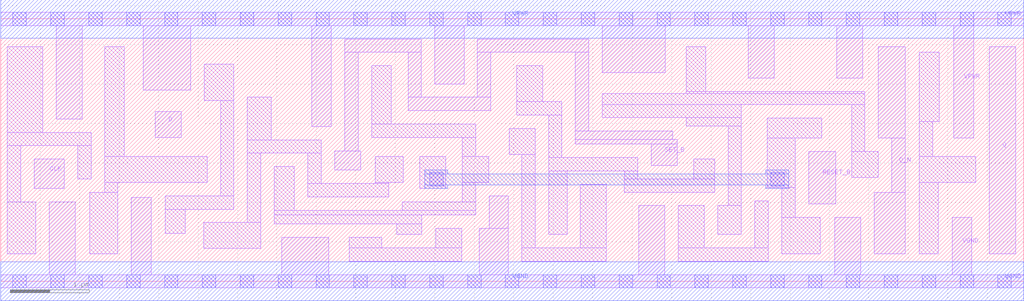
<source format=lef>
# Copyright 2020 The SkyWater PDK Authors
#
# Licensed under the Apache License, Version 2.0 (the "License");
# you may not use this file except in compliance with the License.
# You may obtain a copy of the License at
#
#     https://www.apache.org/licenses/LICENSE-2.0
#
# Unless required by applicable law or agreed to in writing, software
# distributed under the License is distributed on an "AS IS" BASIS,
# WITHOUT WARRANTIES OR CONDITIONS OF ANY KIND, either express or implied.
# See the License for the specific language governing permissions and
# limitations under the License.
#
# SPDX-License-Identifier: Apache-2.0

VERSION 5.7 ;
  NAMESCASESENSITIVE ON ;
  NOWIREEXTENSIONATPIN ON ;
  DIVIDERCHAR "/" ;
  BUSBITCHARS "[]" ;
UNITS
  DATABASE MICRONS 200 ;
END UNITS
MACRO sky130_fd_sc_ls__dfbbp_1
  CLASS CORE ;
  SOURCE USER ;
  FOREIGN sky130_fd_sc_ls__dfbbp_1 ;
  ORIGIN  0.000000  0.000000 ;
  SIZE  12.96000 BY  3.330000 ;
  SYMMETRY X Y ;
  SITE unit ;
  PIN D
    ANTENNAGATEAREA  0.126000 ;
    DIRECTION INPUT ;
    USE SIGNAL ;
    PORT
      LAYER li1 ;
        RECT 1.960000 1.825000 2.290000 2.155000 ;
    END
  END D
  PIN Q
    ANTENNADIFFAREA  0.519000 ;
    DIRECTION OUTPUT ;
    USE SIGNAL ;
    PORT
      LAYER li1 ;
        RECT 12.525000 0.350000 12.860000 2.980000 ;
    END
  END Q
  PIN Q_N
    ANTENNADIFFAREA  0.518900 ;
    DIRECTION OUTPUT ;
    USE SIGNAL ;
    PORT
      LAYER li1 ;
        RECT 11.065000 0.350000 11.460000 1.130000 ;
        RECT 11.120000 1.820000 11.460000 2.980000 ;
        RECT 11.290000 1.130000 11.460000 1.820000 ;
    END
  END Q_N
  PIN RESET_B
    ANTENNAGATEAREA  0.159000 ;
    DIRECTION INPUT ;
    USE SIGNAL ;
    PORT
      LAYER li1 ;
        RECT 10.235000 0.980000 10.580000 1.650000 ;
    END
  END RESET_B
  PIN SET_B
    ANTENNAGATEAREA  0.469500 ;
    DIRECTION INPUT ;
    USE SIGNAL ;
    PORT
      LAYER li1 ;
        RECT 4.230000 1.410000 4.560000 1.655000 ;
        RECT 4.360000 1.655000 4.530000 2.905000 ;
        RECT 4.360000 2.905000 5.330000 3.075000 ;
        RECT 5.160000 2.165000 6.210000 2.335000 ;
        RECT 5.160000 2.335000 5.330000 2.905000 ;
        RECT 6.040000 2.335000 6.210000 2.905000 ;
        RECT 6.040000 2.905000 7.450000 3.075000 ;
        RECT 7.280000 1.740000 8.570000 1.800000 ;
        RECT 7.280000 1.800000 8.515000 1.910000 ;
        RECT 7.280000 1.910000 7.450000 2.905000 ;
        RECT 8.240000 1.470000 8.570000 1.740000 ;
    END
  END SET_B
  PIN CLK
    ANTENNAGATEAREA  0.279000 ;
    DIRECTION INPUT ;
    USE CLOCK ;
    PORT
      LAYER li1 ;
        RECT 0.425000 1.180000 0.805000 1.550000 ;
    END
  END CLK
  PIN VGND
    DIRECTION INOUT ;
    SHAPE ABUTMENT ;
    USE GROUND ;
    PORT
      LAYER li1 ;
        RECT  0.000000 -0.085000 12.960000 0.085000 ;
        RECT  0.615000  0.085000  0.945000 1.010000 ;
        RECT  1.655000  0.085000  1.905000 1.065000 ;
        RECT  3.560000  0.085000  4.155000 0.560000 ;
        RECT  6.060000  0.085000  6.430000 0.670000 ;
        RECT  6.190000  0.670000  6.430000 1.085000 ;
        RECT  8.085000  0.085000  8.415000 0.960000 ;
        RECT 10.565000  0.085000 10.895000 0.810000 ;
        RECT 12.055000  0.085000 12.305000 0.810000 ;
      LAYER mcon ;
        RECT  0.155000 -0.085000  0.325000 0.085000 ;
        RECT  0.635000 -0.085000  0.805000 0.085000 ;
        RECT  1.115000 -0.085000  1.285000 0.085000 ;
        RECT  1.595000 -0.085000  1.765000 0.085000 ;
        RECT  2.075000 -0.085000  2.245000 0.085000 ;
        RECT  2.555000 -0.085000  2.725000 0.085000 ;
        RECT  3.035000 -0.085000  3.205000 0.085000 ;
        RECT  3.515000 -0.085000  3.685000 0.085000 ;
        RECT  3.995000 -0.085000  4.165000 0.085000 ;
        RECT  4.475000 -0.085000  4.645000 0.085000 ;
        RECT  4.955000 -0.085000  5.125000 0.085000 ;
        RECT  5.435000 -0.085000  5.605000 0.085000 ;
        RECT  5.915000 -0.085000  6.085000 0.085000 ;
        RECT  6.395000 -0.085000  6.565000 0.085000 ;
        RECT  6.875000 -0.085000  7.045000 0.085000 ;
        RECT  7.355000 -0.085000  7.525000 0.085000 ;
        RECT  7.835000 -0.085000  8.005000 0.085000 ;
        RECT  8.315000 -0.085000  8.485000 0.085000 ;
        RECT  8.795000 -0.085000  8.965000 0.085000 ;
        RECT  9.275000 -0.085000  9.445000 0.085000 ;
        RECT  9.755000 -0.085000  9.925000 0.085000 ;
        RECT 10.235000 -0.085000 10.405000 0.085000 ;
        RECT 10.715000 -0.085000 10.885000 0.085000 ;
        RECT 11.195000 -0.085000 11.365000 0.085000 ;
        RECT 11.675000 -0.085000 11.845000 0.085000 ;
        RECT 12.155000 -0.085000 12.325000 0.085000 ;
        RECT 12.635000 -0.085000 12.805000 0.085000 ;
      LAYER met1 ;
        RECT 0.000000 -0.245000 12.960000 0.245000 ;
    END
  END VGND
  PIN VPWR
    DIRECTION INOUT ;
    SHAPE ABUTMENT ;
    USE POWER ;
    PORT
      LAYER li1 ;
        RECT  0.000000 3.245000 12.960000 3.415000 ;
        RECT  0.705000 2.060000  1.035000 3.245000 ;
        RECT  1.805000 2.425000  2.410000 3.245000 ;
        RECT  3.940000 1.965000  4.190000 3.245000 ;
        RECT  5.500000 2.505000  5.870000 3.245000 ;
        RECT  7.620000 2.650000  8.420000 3.245000 ;
        RECT  9.470000 2.580000  9.800000 3.245000 ;
        RECT 10.590000 2.580000 10.920000 3.245000 ;
        RECT 12.075000 1.820000 12.325000 3.245000 ;
      LAYER mcon ;
        RECT  0.155000 3.245000  0.325000 3.415000 ;
        RECT  0.635000 3.245000  0.805000 3.415000 ;
        RECT  1.115000 3.245000  1.285000 3.415000 ;
        RECT  1.595000 3.245000  1.765000 3.415000 ;
        RECT  2.075000 3.245000  2.245000 3.415000 ;
        RECT  2.555000 3.245000  2.725000 3.415000 ;
        RECT  3.035000 3.245000  3.205000 3.415000 ;
        RECT  3.515000 3.245000  3.685000 3.415000 ;
        RECT  3.995000 3.245000  4.165000 3.415000 ;
        RECT  4.475000 3.245000  4.645000 3.415000 ;
        RECT  4.955000 3.245000  5.125000 3.415000 ;
        RECT  5.435000 3.245000  5.605000 3.415000 ;
        RECT  5.915000 3.245000  6.085000 3.415000 ;
        RECT  6.395000 3.245000  6.565000 3.415000 ;
        RECT  6.875000 3.245000  7.045000 3.415000 ;
        RECT  7.355000 3.245000  7.525000 3.415000 ;
        RECT  7.835000 3.245000  8.005000 3.415000 ;
        RECT  8.315000 3.245000  8.485000 3.415000 ;
        RECT  8.795000 3.245000  8.965000 3.415000 ;
        RECT  9.275000 3.245000  9.445000 3.415000 ;
        RECT  9.755000 3.245000  9.925000 3.415000 ;
        RECT 10.235000 3.245000 10.405000 3.415000 ;
        RECT 10.715000 3.245000 10.885000 3.415000 ;
        RECT 11.195000 3.245000 11.365000 3.415000 ;
        RECT 11.675000 3.245000 11.845000 3.415000 ;
        RECT 12.155000 3.245000 12.325000 3.415000 ;
        RECT 12.635000 3.245000 12.805000 3.415000 ;
      LAYER met1 ;
        RECT 0.000000 3.085000 12.960000 3.575000 ;
    END
  END VPWR
  OBS
    LAYER li1 ;
      RECT  0.085000 0.350000  0.445000 1.010000 ;
      RECT  0.085000 1.010000  0.255000 1.720000 ;
      RECT  0.085000 1.720000  1.145000 1.890000 ;
      RECT  0.085000 1.890000  0.535000 2.980000 ;
      RECT  0.975000 1.300000  1.145000 1.720000 ;
      RECT  1.125000 0.350000  1.485000 1.130000 ;
      RECT  1.315000 1.130000  1.485000 1.255000 ;
      RECT  1.315000 1.255000  2.615000 1.585000 ;
      RECT  1.315000 1.585000  1.565000 2.980000 ;
      RECT  2.085000 0.605000  2.335000 0.915000 ;
      RECT  2.085000 0.915000  2.955000 1.085000 ;
      RECT  2.575000 0.415000  3.295000 0.745000 ;
      RECT  2.580000 2.295000  2.955000 2.755000 ;
      RECT  2.785000 1.085000  2.955000 2.295000 ;
      RECT  3.125000 0.745000  3.295000 1.625000 ;
      RECT  3.125000 1.625000  4.060000 1.795000 ;
      RECT  3.125000 1.795000  3.430000 2.335000 ;
      RECT  3.465000 0.730000  5.335000 0.840000 ;
      RECT  3.465000 0.840000  6.020000 0.900000 ;
      RECT  3.465000 0.900000  3.720000 1.455000 ;
      RECT  3.890000 1.070000  4.915000 1.240000 ;
      RECT  3.890000 1.240000  4.060000 1.625000 ;
      RECT  4.415000 0.255000  5.840000 0.425000 ;
      RECT  4.415000 0.425000  4.825000 0.560000 ;
      RECT  4.700000 1.825000  6.020000 1.995000 ;
      RECT  4.700000 1.995000  4.950000 2.735000 ;
      RECT  4.745000 1.240000  4.915000 1.255000 ;
      RECT  4.745000 1.255000  5.100000 1.585000 ;
      RECT  5.015000 0.595000  5.335000 0.730000 ;
      RECT  5.085000 0.900000  6.020000 1.010000 ;
      RECT  5.310000 1.180000  5.640000 1.585000 ;
      RECT  5.510000 0.425000  5.840000 0.670000 ;
      RECT  5.850000 1.010000  6.020000 1.255000 ;
      RECT  5.850000 1.255000  6.180000 1.585000 ;
      RECT  5.850000 1.585000  6.020000 1.825000 ;
      RECT  6.440000 1.610000  6.770000 1.940000 ;
      RECT  6.540000 2.110000  7.110000 2.280000 ;
      RECT  6.540000 2.280000  6.870000 2.735000 ;
      RECT  6.600000 0.255000  7.670000 0.425000 ;
      RECT  6.600000 0.425000  6.770000 1.610000 ;
      RECT  6.940000 0.595000  7.175000 1.400000 ;
      RECT  6.940000 1.400000  8.070000 1.570000 ;
      RECT  6.940000 1.570000  7.110000 2.110000 ;
      RECT  7.345000 0.425000  7.670000 1.230000 ;
      RECT  7.620000 2.080000  9.385000 2.240000 ;
      RECT  7.620000 2.240000 10.950000 2.380000 ;
      RECT  7.900000 1.130000  9.045000 1.300000 ;
      RECT  7.900000 1.300000  8.070000 1.400000 ;
      RECT  8.585000 0.255000  9.725000 0.425000 ;
      RECT  8.585000 0.425000  8.915000 0.960000 ;
      RECT  8.685000 1.970000  9.385000 2.080000 ;
      RECT  8.685000 2.380000 10.950000 2.410000 ;
      RECT  8.685000 2.410000  8.935000 2.980000 ;
      RECT  8.780000 1.300000  9.045000 1.550000 ;
      RECT  9.085000 0.595000  9.385000 0.960000 ;
      RECT  9.215000 0.960000  9.385000 1.970000 ;
      RECT  9.555000 0.425000  9.725000 1.020000 ;
      RECT  9.710000 1.190000 10.065000 1.820000 ;
      RECT  9.710000 1.820000 10.405000 2.070000 ;
      RECT  9.895000 0.350000 10.385000 0.810000 ;
      RECT  9.895000 0.810000 10.065000 1.190000 ;
      RECT 10.780000 1.320000 11.120000 1.650000 ;
      RECT 10.780000 1.650000 10.950000 2.240000 ;
      RECT 11.640000 0.350000 11.875000 1.255000 ;
      RECT 11.640000 1.255000 12.355000 1.585000 ;
      RECT 11.640000 1.585000 11.810000 2.030000 ;
      RECT 11.640000 2.030000 11.890000 2.910000 ;
    LAYER mcon ;
      RECT 5.435000 1.210000 5.605000 1.380000 ;
      RECT 9.755000 1.210000 9.925000 1.380000 ;
    LAYER met1 ;
      RECT 5.375000 1.180000 5.665000 1.225000 ;
      RECT 5.375000 1.225000 9.985000 1.365000 ;
      RECT 5.375000 1.365000 5.665000 1.410000 ;
      RECT 9.695000 1.180000 9.985000 1.225000 ;
      RECT 9.695000 1.365000 9.985000 1.410000 ;
  END
END sky130_fd_sc_ls__dfbbp_1

</source>
